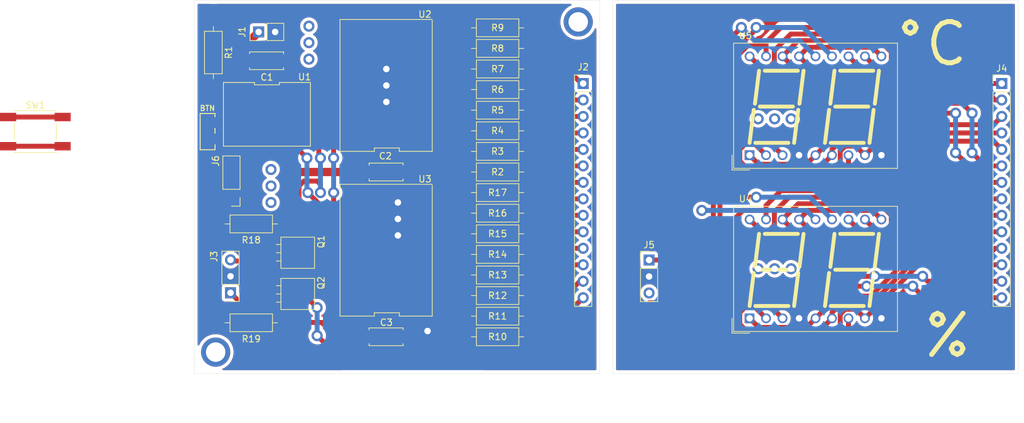
<source format=kicad_pcb>
(kicad_pcb (version 20211014) (generator pcbnew)
  (layers (0 "F.Cu" signal "Front") (31 "B.Cu" signal "Back") (34 "B.Paste" user) (35 "F.Paste" user) (36 "B.SilkS" user "B.Silkscreen") (37 "F.SilkS" user "F.Silkscreen") (38 "B.Mask" user) (39 "F.Mask" user) (44 "Edge.Cuts" user))
  (net 0 "")
  (net 1 "GND")
  (net 2 "VCC")
  (net 3 "Net-(Q1-Pad2)")
  (net 4 "Net-(Q2-Pad2)")
  (net 5 "Net-(R1-Pad2)")
  (net 6 "Net-(R2-Pad2)")
  (net 7 "Net-(R3-Pad2)")
  (net 8 "Net-(R4-Pad2)")
  (net 9 "Net-(R5-Pad2)")
  (net 10 "Net-(R6-Pad2)")
  (net 11 "Net-(R7-Pad2)")
  (net 12 "Net-(R8-Pad2)")
  (net 13 "Net-(R9-Pad2)")
  (net 14 "Net-(R10-Pad2)")
  (net 15 "Net-(R11-Pad2)")
  (net 16 "Net-(R12-Pad2)")
  (net 17 "Net-(R13-Pad2)")
  (net 18 "Net-(R14-Pad2)")
  (net 19 "Net-(R15-Pad2)")
  (net 20 "Net-(R16-Pad2)")
  (net 21 "Net-(R17-Pad2)")
  (net 22 "Net-(SW1-Pad1)")
  (net 23 "/SRCLK")
  (net 24 "/DATA")
  (net 25 "/RCLK")
  (net 26 "Net-(U2-Pad9)")
  (net 27 "Net-(U3-Pad9)")
  (net 28 "Net-(J2-Pad14)")
  (net 29 "Net-(J2-Pad13)")
  (net 30 "Net-(J2-Pad12)")
  (net 31 "Net-(J2-Pad11)")
  (net 32 "Net-(J2-Pad10)")
  (net 33 "Net-(J2-Pad9)")
  (net 34 "Net-(J2-Pad8)")
  (net 35 "Net-(J2-Pad7)")
  (net 36 "Net-(J2-Pad6)")
  (net 37 "Net-(J2-Pad5)")
  (net 38 "Net-(J2-Pad4)")
  (net 39 "Net-(J2-Pad3)")
  (net 40 "Net-(J2-Pad2)")
  (net 41 "Net-(J2-Pad1)")
  (net 42 "Net-(J3-Pad3)")
  (net 43 "Net-(J3-Pad1)")
  (net 44 "Net-(J4-Pad14)")
  (net 45 "Net-(J4-Pad13)")
  (net 46 "Net-(J4-Pad12)")
  (net 47 "Net-(J4-Pad11)")
  (net 48 "Net-(J4-Pad10)")
  (net 49 "Net-(J4-Pad9)")
  (net 50 "Net-(J4-Pad8)")
  (net 51 "Net-(J4-Pad7)")
  (net 52 "Net-(J4-Pad6)")
  (net 53 "Net-(J4-Pad5)")
  (net 54 "Net-(J4-Pad4)")
  (net 55 "Net-(J4-Pad3)")
  (net 56 "Net-(J4-Pad2)")
  (net 57 "Net-(J4-Pad1)")
  (net 58 "Net-(J5-Pad3)")
  (net 59 "Net-(J5-Pad1)")
  (net 60 "Net-(J6-Pad3)")
  (footprint "custom:FakeSMD_C_Disc" (layer "F.Cu") (at 52.07 51.435)
    (fp_text reference "C2")
    (fp_text value "100n")
  )
  (footprint "custom:FakeSMD_C_Disc" (layer "F.Cu") (at 52.07 76.835)
    (fp_text reference "C3")
    (fp_text value "100n")
  )
  (footprint "custom:FakeSMD_R" (layer "F.Cu") (at 76.835 51.435 180)
    (fp_text reference "R2")
    (fp_text value "270")
  )
  (footprint "custom:FakeSMD_R" (layer "F.Cu") (at 76.835 48.26 180)
    (fp_text reference "R3")
    (fp_text value "270")
  )
  (footprint "custom:FakeSMD_R" (layer "F.Cu") (at 76.835 41.91 180)
    (fp_text reference "R5")
    (fp_text value "270")
  )
  (footprint "custom:FakeSMD_R" (layer "F.Cu") (at 76.835 38.735 180)
    (fp_text reference "R6")
    (fp_text value "270")
  )
  (footprint "custom:FakeSMD_R" (layer "F.Cu") (at 76.835 35.56 180)
    (fp_text reference "R7")
    (fp_text value "270")
  )
  (footprint "custom:FakeSMD_R" (layer "F.Cu") (at 76.835 32.385 180)
    (fp_text reference "R8")
    (fp_text value "270")
  )
  (footprint "custom:FakeSMD_R" (layer "F.Cu") (at 76.835 29.21 180)
    (fp_text reference "R9")
    (fp_text value "270")
  )
  (footprint "custom:FakeSMD_R" (layer "F.Cu") (at 76.835 76.835 180)
    (fp_text reference "R10")
    (fp_text value "270")
  )
  (footprint "custom:FakeSMD_R" (layer "F.Cu") (at 76.835 73.66 180)
    (fp_text reference "R11")
    (fp_text value "270")
  )
  (footprint "custom:FakeSMD_R" (layer "F.Cu") (at 76.835 70.485 180)
    (fp_text reference "R12")
    (fp_text value "270")
  )
  (footprint "custom:FakeSMD_R" (layer "F.Cu") (at 76.835 67.31 180)
    (fp_text reference "R13")
    (fp_text value "270")
  )
  (footprint "custom:FakeSMD_R" (layer "F.Cu") (at 76.835 64.135 180)
    (fp_text reference "R14")
    (fp_text value "270")
  )
  (footprint "custom:FakeSMD_R" (layer "F.Cu") (at 76.835 60.96 180)
    (fp_text reference "R15")
    (fp_text value "270")
  )
  (footprint "custom:FakeSMD_R" (layer "F.Cu") (at 76.835 57.785 180)
    (fp_text reference "R16")
    (fp_text value "270")
  )
  (footprint "custom:FakeSMD_R" (layer "F.Cu") (at 76.835 54.61 180)
    (fp_text reference "R17")
    (fp_text value "270")
  )
  (footprint "custom:FakeSMD_DIP-16" (layer "F.Cu") (at 59.69 46.99 180)
    (fp_text reference "U2")
    (fp_text value "74HC595")
  )
  (footprint "custom:FakeSMD_DIP-16" (layer "F.Cu") (at 59.69 72.39 180)
    (fp_text reference "U3")
    (fp_text value "74HC595")
  )
  (footprint "custom:HDSP-523Y" (layer "F.Cu") (at 110.598 65.736)
    (fp_text reference "U4")
    (fp_text value "HDSP-523Y")
  )
  (footprint "custom:FakeSMD_R" (layer "F.Cu") (at 76.835 45.085 180)
    (fp_text reference "R4")
    (fp_text value "270")
  )
  (footprint "Connector_PinHeader_2.54mm:PinHeader_1x02_P2.54mm_Vertical" (layer "F.Cu") (at 34.925 29.845 90)
    (fp_text reference "J1")
    (fp_text value "PWR")
  )
  (footprint "custom:FakeSMD_R" (layer "F.Cu") (at 27.94 27.94 -90)
    (fp_text reference "R1")
    (fp_text value "10k")
  )
  (footprint "custom:FakeSMD_DIP-8" (layer "F.Cu") (at 36.195 42.545 -90)
    (fp_text reference "U1")
    (fp_text value "ATtiny45V-10PU")
  )
  (footprint "custom:FakeSMD_Button" (layer "F.Cu") (at 0.508 45.212)
    (fp_text reference "SW1")
    (fp_text value "SW_Push")
  )
  (footprint "custom:FakeSMD_C_Disc" (layer "F.Cu") (at 33.655 34.29)
    (fp_text reference "C1")
    (fp_text value "100n")
  )
  (footprint "Connector_PinHeader_2.54mm:PinHeader_1x14_P2.54mm_Vertical" (layer "F.Cu") (at 84.944 37.796)
    (fp_text reference "J2")
    (fp_text value "7-seg F")
  )
  (footprint "Connector_PinHeader_2.54mm:PinHeader_1x14_P2.54mm_Vertical" (layer "F.Cu") (at 149.46 37.796)
    (fp_text reference "J4")
    (fp_text value "7-seg M")
  )
  (footprint "Connector_PinHeader_2.54mm:PinHeader_1x03_P2.54mm_Vertical" (layer "F.Cu") (at 95.104 65.004)
    (fp_text reference "J5")
    (fp_text value "NPNs M")
  )
  (footprint "Connector_PinHeader_2.54mm:PinHeader_1x03_P2.54mm_Vertical" (layer "F.Cu") (at 30.734 55.372 180)
    (fp_text reference "J6")
    (fp_text value "DHT11")
  )
  (footprint "custom:FakeSMD_TO-92-3" (layer "F.Cu") (at 36.576 65.151 90)
    (fp_text reference "Q1")
    (fp_text value "Q_NPN_CBE")
  )
  (footprint "custom:FakeSMD_R" (layer "F.Cu") (at 28.702 74.676)
    (fp_text reference "R19")
    (fp_text value "10k")
  )
  (footprint "Connector_PinHeader_2.54mm:PinHeader_1x03_P2.54mm_Vertical" (layer "F.Cu") (at 30.588 70.054 180)
    (fp_text reference "J3")
    (fp_text value "NPNs F")
  )
  (footprint "custom:FakeSMD_R" (layer "F.Cu") (at 28.702 59.436)
    (fp_text reference "R18")
    (fp_text value "10k")
  )
  (footprint "custom:FakeSMD_TO-92-3" (layer "F.Cu") (at 36.576 71.501 90)
    (fp_text reference "Q2")
    (fp_text value "Q_NPN_CBE")
  )
  (footprint "custom:HDSP-523Y" (layer "F.Cu") (at 110.598 40.59)
    (fp_text reference "U5")
    (fp_text value "HDSP-523Y")
  )
  (gr_line (start 28.194 42.418) (end 25.908 42.418) (layer "F.SilkS") (width 0.1524))
  (gr_line (start 28.194 44.704) (end 28.194 45.466) (layer "F.SilkS") (width 0.1524))
  (gr_line (start 28.194 48.006) (end 28.194 47.244) (layer "F.SilkS") (width 0.1524))
  (gr_line (start 25.908 48.006) (end 28.194 48.006) (layer "F.SilkS") (width 0.1524))
  (gr_line (start 28.194 42.418) (end 28.194 42.926) (layer "F.SilkS") (width 0.1524))
  (gr_line (start 25.908 42.418) (end 25.908 48.006) (layer "F.SilkS") (width 0.1524))
  (gr_line (start 25 82.5) (end 25 25) (layer "Edge.Cuts") (width 0.0381))
  (gr_line (start 152 25) (end 152 82.5) (layer "Edge.Cuts") (width 0.0381))
  (gr_line (start 89.5 25) (end 152 25) (layer "Edge.Cuts") (width 0.0381))
  (gr_line (start 89.5 82.5) (end 89.5 25) (layer "Edge.Cuts") (width 0.0381))
  (gr_line (start 152 82.5) (end 89.5 82.5) (layer "Edge.Cuts") (width 0.0381))
  (gr_line (start 87.5 82.5) (end 25 82.5) (layer "Edge.Cuts") (width 0.0381))
  (gr_line (start 87.5 25) (end 87.5 82.5) (layer "Edge.Cuts") (width 0.0381))
  (gr_line (start 25 25) (end 87.5 25) (layer "Edge.Cuts") (width 0.0381))
  (gr_text "°C" (at 138.538 31.7) (layer "F.SilkS") (effects (font (size 6.35 6.35) (thickness 0.762))))
  (gr_text "%" (at 141.078 76.658) (layer "F.SilkS") (effects (font (size 6.35 6.35) (thickness 0.762))))
  (gr_text "BTN" (at 27.032 41.606) (layer "F.SilkS") (effects (font (size 0.8128 0.8128) (thickness 0.1524))))
  (via (at 42.672 31.496) (size 1.7) (drill 1) (layers "F.Cu" "B.Cu") (net 0))
  (via (at 36.83 51.054) (size 1.7) (drill 1) (layers "F.Cu" "B.Cu") (net 0))
  (via (at 36.83 56.134) (size 1.7) (drill 1) (layers "F.Cu" "B.Cu") (net 0))
  (via (at 114.458 66.352) (size 1.7) (drill 1) (layers "F.Cu" "B.Cu") (net 0))
  (via (at 111.918 66.352) (size 1.7) (drill 1) (layers "F.Cu" "B.Cu") (net 0))
  (via (at 116.998 66.352) (size 1.7) (drill 1) (layers "F.Cu" "B.Cu") (net 0))
  (via locked (at 28.302 79.198) (size 4.500001) (drill 2.999999) (layers "F.Cu" "B.Cu") (net 0))
  (via locked (at 84.182 28.3) (size 4.500001) (drill 2.999999) (layers "F.Cu" "B.Cu") (net 0))
  (via (at 42.672 34.036) (size 1.7) (drill 1) (layers "F.Cu" "B.Cu") (net 0))
  (via (at 36.83 53.594) (size 1.7) (drill 1) (layers "F.Cu" "B.Cu") (net 0))
  (via (at 42.672 28.956) (size 1.7) (drill 1) (layers "F.Cu" "B.Cu") (net 0))
  (via (at 114.458 43.238) (size 1.7) (drill 1) (layers "F.Cu" "B.Cu") (net 0))
  (via (at 116.998 43.238) (size 1.7) (drill 1) (layers "F.Cu" "B.Cu") (net 0))
  (via (at 111.918 43.238) (size 1.7) (drill 1) (layers "F.Cu" "B.Cu") (net 0))
  (segment (start 31.195 46.355) (end 27.178 46.355) (width 1.27) (layer "F.Cu") (net 1))
  (segment (start -3.692 47.462) (end 4.708 47.462) (width 0.762) (layer "F.Cu") (net 1))
  (via (at 56.388 61.214) (size 1.7) (drill 1) (layers "F.Cu" "B.Cu") (net 1))
  (via (at 54.61 40.64) (size 1.7) (drill 1) (layers "F.Cu" "B.Cu") (net 1))
  (via (at 54.61 35.56) (size 1.7) (drill 1) (layers "F.Cu" "B.Cu") (net 1))
  (via (at 60.96 75.946) (size 1.7) (drill 1) (layers "F.Cu" "B.Cu") (net 1))
  (via (at 56.388 58.674) (size 1.7) (drill 1) (layers "F.Cu" "B.Cu") (net 1))
  (via (at 56.388 56.134) (size 1.7) (drill 1) (layers "F.Cu" "B.Cu") (net 1))
  (via (at 54.61 38.1) (size 1.7) (drill 1) (layers "F.Cu" "B.Cu") (net 1))
  (segment (start 36.576 38.735) (end 36.195 38.735) (width 1.27) (layer "F.Cu") (net 2))
  (segment (start 51.57 76.835) (end 51.57 73.4775) (width 1.27) (layer "F.Cu") (net 2))
  (segment (start 27.94 31.115) (end 31.115 34.29) (width 0.762) (layer "F.Cu") (net 2))
  (segment (start 27.94 27.64) (end 27.94 31.115) (width 0.762) (layer "F.Cu") (net 2))
  (segment (start 53.848 56.134) (end 53.848 57.658) (width 1.27) (layer "F.Cu") (net 2))
  (segment (start 51.57 47.76) (end 50.8 46.99) (width 1.27) (layer "F.Cu") (net 2))
  (segment (start 53.086 51.435) (end 53.848 52.197) (width 1.27) (layer "F.Cu") (net 2))
  (segment (start 47.498 31.75) (end 49.53 31.75) (width 0.762) (layer "F.Cu") (net 2))
  (segment (start 36.576 48.514) (end 37.338 48.514) (width 0.762) (layer "F.Cu") (net 2))
  (segment (start 33.155 34.29) (end 33.155 37.473) (width 1.27) (layer "F.Cu") (net 2))
  (segment (start 30.734 52.832) (end 32.258 52.832) (width 0.762) (layer "F.Cu") (net 2))
  (segment (start 53.594 57.15) (end 53.848 57.404) (width 0.762) (layer "F.Cu") (net 2))
  (segment (start 36.576 47.752) (end 36.576 38.735) (width 1.27) (layer "F.Cu") (net 2))
  (segment (start 51.57 51.435) (end 53.086 51.435) (width 1.27) (layer "F.Cu") (net 2))
  (segment (start 50.8 46.99) (end 49.53 46.99) (width 1.27) (layer "F.Cu") (net 2))
  (segment (start 53.848 56.134) (end 53.848 76.1365) (width 1.27) (layer "F.Cu") (net 2))
  (segment (start 31.115 34.29) (end 33.155 34.29) (width 0.762) (layer "F.Cu") (net 2))
  (segment (start 53.1495 76.835) (end 51.57 76.835) (width 1.27) (layer "F.Cu") (net 2))
  (segment (start 51.57 51.435) (end 40.259 51.435) (width 1.27) (layer "F.Cu") (net 2))
  (segment (start 53.848 52.197) (end 53.848 56.134) (width 1.27) (layer "F.Cu") (net 2))
  (segment (start 37.338 48.514) (end 36.576 47.752) (width 1.27) (layer "F.Cu") (net 2))
  (segment (start 50.4825 72.39) (end 49.53 72.39) (width 1.27) (layer "F.Cu") (net 2))
  (segment (start 37.846 49.022) (end 37.338 48.514) (width 1.27) (layer "F.Cu") (net 2))
  (segment (start 53.848 76.1365) (end 53.1495 76.835) (width 1.27) (layer "F.Cu") (net 2))
  (segment (start 51.57 51.435) (end 51.57 47.76) (width 1.27) (layer "F.Cu") (net 2))
  (segment (start 32.258 52.832) (end 36.576 48.514) (width 0.762) (layer "F.Cu") (net 2))
  (segment (start 36.195 38.735) (end 41.195 38.735) (width 1.27) (layer "F.Cu") (net 2))
  (segment (start 45.72 36.322) (end 45.72 33.528) (width 0.762) (layer "F.Cu") (net 2))
  (segment (start 45.72 33.528) (end 47.498 31.75) (width 0.762) (layer "F.Cu") (net 2))
  (segment (start 49.53 57.15) (end 53.594 57.15) (width 0.762) (layer "F.Cu") (net 2))
  (segment (start 34.925 29.845) (end 33.155 31.615) (width 1.27) (layer "F.Cu") (net 2))
  (segment (start 40.259 51.435) (end 37.846 49.022) (width 1.27) (layer "F.Cu") (net 2))
  (segment (start 34.417 38.735) (end 36.195 38.735) (width 1.27) (layer "F.Cu") (net 2))
  (segment (start 33.155 37.473) (end 34.417 38.735) (width 1.27) (layer "F.Cu") (net 2))
  (segment (start 51.57 73.4775) (end 50.4825 72.39) (width 1.27) (layer "F.Cu") (net 2))
  (segment (start 41.195 38.735) (end 43.307 38.735) (width 0.762) (layer "F.Cu") (net 2))
  (segment (start 33.155 31.615) (end 33.155 34.29) (width 1.27) (layer "F.Cu") (net 2))
  (segment (start 43.307 38.735) (end 45.72 36.322) (width 0.762) (layer "F.Cu") (net 2))
  (segment (start 41.195 38.735) (end 42.545 38.735) (width 1.27) (layer "F.Cu") (net 2))
  (segment (start 38.989 63.881) (end 38.989 59.509) (width 0.762) (layer "F.Cu") (net 3))
  (segment (start 38.989 63.881) (end 36.576 63.881) (width 0.762) (layer "F.Cu") (net 3))
  (segment (start 38.989 63.881) (end 38.989 67.386994) (width 0.762) (layer "F.Cu") (net 3))
  (segment (start 77.135 54.61) (end 73.152 58.593) (width 0.762) (layer "F.Cu") (net 3))
  (segment (start 73.152 76.905671) (end 68.777671 81.28) (width 0.762) (layer "F.Cu") (net 3))
  (segment (start 38.989 67.386994) (end 43.092001 71.489995) (width 0.762) (layer "F.Cu") (net 3))
  (segment (start 68.777671 81.28) (end 48.564002 81.28) (width 0.762) (layer "F.Cu") (net 3))
  (segment (start 73.152 58.593) (end 73.152 76.905671) (width 0.762) (layer "F.Cu") (net 3))
  (segment (start 43.092001 71.489995) (end 43.942 72.339994) (width 0.762) (layer "F.Cu") (net 3))
  (segment (start 48.564002 81.28) (end 43.942 76.657998) (width 0.762) (layer "F.Cu") (net 3))
  (via (at 43.942 76.657998) (size 1.7) (drill 1) (layers "F.Cu" "B.Cu") (net 3))
  (via (at 43.942 72.339994) (size 1.7) (drill 1) (layers "F.Cu" "B.Cu") (net 3))
  (segment (start 43.942 76.200004) (end 43.942 76.657998) (width 0.762) (layer "B.Cu") (net 3))
  (segment (start 43.942 72.339994) (end 43.942 76.200004) (width 0.762) (layer "B.Cu") (net 3))
  (segment (start 36.576 70.231) (end 38.354 70.231) (width 0.762) (layer "F.Cu") (net 4))
  (segment (start 38.354 70.231) (end 39.062 70.939) (width 0.762) (layer "F.Cu") (net 4))
  (segment (start 39.062 70.939) (end 39.062 74.676) (width 0.762) (layer "F.Cu") (net 4))
  (segment (start 39.112 74.626) (end 44.654 74.626) (width 0.762) (layer "F.Cu") (net 4))
  (segment (start 71.882 76.2) (end 71.882 54.864) (width 0.762) (layer "F.Cu") (net 4))
  (segment (start 50.038 80.01) (end 68.072 80.01) (width 0.762) (layer "F.Cu") (net 4))
  (segment (start 74.168 32.177) (end 77.135 29.21) (width 0.762) (layer "F.Cu") (net 4))
  (segment (start 39.062 74.676) (end 39.112 74.626) (width 0.762) (layer "F.Cu") (net 4))
  (segment (start 74.168 52.578) (end 74.168 32.177) (width 0.762) (layer "F.Cu") (net 4))
  (segment (start 71.882 54.864) (end 74.168 52.578) (width 0.762) (layer "F.Cu") (net 4))
  (segment (start 44.654 74.626) (end 50.038 80.01) (width 0.762) (layer "F.Cu") (net 4))
  (segment (start 68.072 80.01) (end 71.882 76.2) (width 0.762) (layer "F.Cu") (net 4))
  (segment (start 31.195 38.735) (end 28.375 38.735) (width 0.762) (layer "F.Cu") (net 5))
  (segment (start 28.375 38.735) (end 27.94 38.3) (width 0.762) (layer "F.Cu") (net 5))
  (segment (start 53.34 44.45) (end 57.785 48.895) (width 0.762) (layer "F.Cu") (net 6))
  (segment (start 64.135 51.435) (end 67.11 51.435) (width 0.762) (layer "F.Cu") (net 6))
  (segment (start 49.53 44.45) (end 53.34 44.45) (width 0.762) (layer "F.Cu") (net 6))
  (segment (start 61.595 48.895) (end 64.135 51.435) (width 0.762) (layer "F.Cu") (net 6))
  (segment (start 57.785 48.895) (end 61.595 48.895) (width 0.762) (layer "F.Cu") (net 6))
  (segment (start 59.69 46.99) (end 62.865 46.99) (width 0.762) (layer "F.Cu") (net 7))
  (segment (start 64.135 48.26) (end 67.11 48.26) (width 0.762) (layer "F.Cu") (net 7))
  (segment (start 62.865 46.99) (end 64.135 48.26) (width 0.762) (layer "F.Cu") (net 7))
  (segment (start 63.8175 45.085) (end 67.11 45.085) (width 0.762) (layer "F.Cu") (net 8))
  (segment (start 59.69 44.45) (end 63.1825 44.45) (width 0.762) (layer "F.Cu") (net 8))
  (segment (start 63.1825 44.45) (end 63.8175 45.085) (width 0.762) (layer "F.Cu") (net 8))
  (segment (start 59.69 41.91) (end 67.11 41.91) (width 0.762) (layer "F.Cu") (net 9))
  (segment (start 64.135 38.735) (end 67.11 38.735) (width 0.762) (layer "F.Cu") (net 10))
  (segment (start 63.5 39.37) (end 64.135 38.735) (width 0.762) (layer "F.Cu") (net 10))
  (segment (start 59.69 39.37) (end 63.5 39.37) (width 0.762) (layer "F.Cu") (net 10))
  (segment (start 64.135 35.56) (end 67.11 35.56) (width 0.762) (layer "F.Cu") (net 11))
  (segment (start 62.865 36.83) (end 64.135 35.56) (width 0.762) (layer "F.Cu") (net 11))
  (segment (start 59.69 36.83) (end 62.865 36.83) (width 0.762) (layer "F.Cu") (net 11))
  (segment (start 63.5 32.385) (end 67.11 32.385) (width 0.762) (layer "F.Cu") (net 12))
  (segment (start 61.595 34.29) (end 63.5 32.385) (width 0.762) (layer "F.Cu") (net 12))
  (segment (start 59.69 34.29) (end 61.595 34.29) (width 0.762) (layer "F.Cu") (net 12))
  (segment (start 59.69 31.75) (end 61.595 31.75) (width 0.762) (layer "F.Cu") (net 13))
  (segment (start 64.135 29.21) (end 67.11 29.21) (width 0.762) (layer "F.Cu") (net 13))
  (segment (start 61.595 31.75) (end 64.135 29.21) (width 0.762) (layer "F.Cu") (net 13))
  (segment (start 47.625 69.85) (end 49.53 69.85) (width 0.762) (layer "F.Cu") (net 14))
  (segment (start 46.99 70.485) (end 47.625 69.85) (width 0.762) (layer "F.Cu") (net 14))
  (segment (start 66.475 76.835) (end 64.643 76.835) (width 0.762) (layer "F.Cu") (net 14))
  (segment (start 50.8 78.994) (end 46.99 75.184) (width 0.762) (layer "F.Cu") (net 14))
  (segment (start 62.484 78.994) (end 50.8 78.994) (width 0.762) (layer "F.Cu") (net 14))
  (segment (start 64.643 76.835) (end 62.484 78.994) (width 0.762) (layer "F.Cu") (net 14))
  (segment (start 46.99 75.184) (end 46.99 70.485) (width 0.762) (layer "F.Cu") (net 14))
  (segment (start 64.135 73.66) (end 67.11 73.66) (width 0.762) (layer "F.Cu") (net 15))
  (segment (start 59.69 72.39) (end 62.865 72.39) (width 0.762) (layer "F.Cu") (net 15))
  (segment (start 62.865 72.39) (end 64.135 73.66) (width 0.762) (layer "F.Cu") (net 15))
  (segment (start 63.8175 70.485) (end 67.11 70.485) (width 0.762) (layer "F.Cu") (net 16))
  (segment (start 59.69 69.85) (end 63.1825 69.85) (width 0.762) (layer "F.Cu") (net 16))
  (segment (start 63.1825 69.85) (end 63.8175 70.485) (width 0.762) (layer "F.Cu") (net 16))
  (segment (start 59.69 67.31) (end 67.11 67.31) (width 0.762) (layer "F.Cu") (net 17))
  (segment (start 59.69 64.77) (end 63.5 64.77) (width 0.762) (layer "F.Cu") (net 18))
  (segment (start 64.135 64.135) (end 66.475 64.135) (width 0.762) (layer "F.Cu") (net 18))
  (segment (start 63.5 64.77) (end 64.135 64.135) (width 0.762) (layer "F.Cu") (net 18))
  (segment (start 64.135 60.96) (end 67.11 60.96) (width 0.762) (layer "F.Cu") (net 19))
  (segment (start 62.865 62.23) (end 64.135 60.96) (width 0.762) (layer "F.Cu") (net 19))
  (segment (start 59.69 62.23) (end 62.865 62.23) (width 0.762) (layer "F.Cu") (net 19))
  (segment (start 59.69 59.69) (end 61.595 59.69) (width 0.762) (layer "F.Cu") (net 20))
  (segment (start 61.595 59.69) (end 63.5 57.785) (width 0.762) (layer "F.Cu") (net 20))
  (segment (start 63.5 57.785) (end 67.11 57.785) (width 0.762) (layer "F.Cu") (net 20))
  (segment (start 61.595 57.15) (end 64.135 54.61) (width 0.762) (layer "F.Cu") (net 21))
  (segment (start 64.135 54.61) (end 66.475 54.61) (width 0.762) (layer "F.Cu") (net 21))
  (segment (start 59.69 57.15) (end 61.595 57.15) (width 0.762) (layer "F.Cu") (net 21))
  (segment (start 31.195 43.815) (end 27.178 43.815) (width 1.27) (layer "F.Cu") (net 22))
  (segment (start -3.692 42.962) (end 4.708 42.962) (width 0.762) (layer "F.Cu") (net 22))
  (segment (start 49.53 59.69) (end 47.58601 59.69) (width 0.762) (layer "F.Cu") (net 23))
  (segment (start 43.18 40.132) (end 46.736 36.576) (width 0.762) (layer "F.Cu") (net 23))
  (segment (start 39.116 40.132) (end 43.18 40.132) (width 0.762) (layer "F.Cu") (net 23))
  (segment (start 41.195 46.355) (end 41.195 48.102014) (width 0.762) (layer "F.Cu") (net 23))
  (segment (start 41.195 48.102014) (end 42.368989 49.276003) (width 0.762) (layer "F.Cu") (net 23))
  (segment (start 41.195 46.355) (end 39.243 46.355) (width 0.762) (layer "F.Cu") (net 23))
  (segment (start 46.736 36.576) (end 46.736 35.179) (width 0.762) (layer "F.Cu") (net 23))
  (segment (start 39.243 46.355) (end 37.846 44.958) (width 0.762) (layer "F.Cu") (net 23))
  (segment (start 47.58601 59.69) (end 42.50601 54.61) (width 0.762) (layer "F.Cu") (net 23))
  (segment (start 46.736 35.179) (end 47.625 34.29) (width 0.762) (layer "F.Cu") (net 23))
  (segment (start 37.846 41.402) (end 39.116 40.132) (width 0.762) (layer "F.Cu") (net 23))
  (segment (start 37.846 44.958) (end 37.846 41.402) (width 0.762) (layer "F.Cu") (net 23))
  (segment (start 47.625 34.29) (end 49.53 34.29) (width 0.762) (layer "F.Cu") (net 23))
  (via (at 42.368989 49.276003) (size 1.7) (drill 1) (layers "F.Cu" "B.Cu") (net 23))
  (via (at 42.50601 54.61) (size 1.7) (drill 1) (layers "F.Cu" "B.Cu") (net 23))
  (segment (start 42.368989 49.276003) (end 42.368989 54.472979) (width 0.762) (layer "B.Cu") (net 23))
  (segment (start 42.368989 54.472979) (end 42.50601 54.61) (width 0.762) (layer "B.Cu") (net 23))
  (segment (start 45.466 41.91) (end 49.53 41.91) (width 0.762) (layer "F.Cu") (net 24))
  (segment (start 41.195 43.815) (end 43.561 43.815) (width 0.762) (layer "F.Cu") (net 24))
  (segment (start 43.561 43.815) (end 45.466 41.91) (width 0.762) (layer "F.Cu") (net 24))
  (segment (start 44.45 53.34) (end 43.942 52.832) (width 0.762) (layer "F.Cu") (net 25))
  (segment (start 39.37 44.958) (end 42.264961 44.958) (width 0.762) (layer "F.Cu") (net 25))
  (segment (start 41.148 53.594) (end 41.148 55.626) (width 0.762) (layer "F.Cu") (net 25))
  (segment (start 44.196008 46.889047) (end 44.196008 49.276) (width 0.762) (layer "F.Cu") (net 25))
  (segment (start 41.195 41.275) (end 43.307 41.275) (width 0.762) (layer "F.Cu") (net 25))
  (segment (start 44.45 54.61) (end 44.45 53.34) (width 0.762) (layer "F.Cu") (net 25))
  (segment (start 47.752 36.83) (end 49.53 36.83) (width 0.762) (layer "F.Cu") (net 25))
  (segment (start 39.497 41.275) (end 38.862 41.91) (width 0.762) (layer "F.Cu") (net 25))
  (segment (start 41.148 55.626) (end 47.752 62.23) (width 0.762) (layer "F.Cu") (net 25))
  (segment (start 43.942 52.832) (end 41.91 52.832) (width 0.762) (layer "F.Cu") (net 25))
  (segment (start 47.752 62.23) (end 49.53 62.23) (width 0.762) (layer "F.Cu") (net 25))
  (segment (start 38.862 41.91) (end 38.862 44.45) (width 0.762) (layer "F.Cu") (net 25))
  (segment (start 42.264961 44.958) (end 44.196008 46.889047) (width 0.762) (layer "F.Cu") (net 25))
  (segment (start 41.195 41.275) (end 39.497 41.275) (width 0.762) (layer "F.Cu") (net 25))
  (segment (start 38.862 44.45) (end 39.37 44.958) (width 0.762) (layer "F.Cu") (net 25))
  (segment (start 41.91 52.832) (end 41.148 53.594) (width 0.762) (layer "F.Cu") (net 25))
  (segment (start 43.307 41.275) (end 47.752 36.83) (width 0.762) (layer "F.Cu") (net 25))
  (via (at 44.45 49.276) (size 1.7) (drill 1) (layers "F.Cu" "B.Cu") (net 25))
  (via (at 44.45 54.61) (size 1.7) (drill 1) (layers "F.Cu" "B.Cu") (net 25))
  (segment (start 44.45 54.61) (end 44.45 49.276) (width 0.762) (layer "B.Cu") (net 25))
  (segment (start 44.45 49.276) (end 44.196008 49.276) (width 0.762) (layer "B.Cu") (net 25))
  (segment (start 46.482 54.61) (end 46.482 57.15) (width 0.762) (layer "F.Cu") (net 26))
  (segment (start 51.562 58.42) (end 52.324 59.182) (width 0.762) (layer "F.Cu") (net 26))
  (segment (start 51.308 43.18) (end 48.333039 43.18) (width 0.762) (layer "F.Cu") (net 26))
  (segment (start 48.006 38.1) (end 47.244 38.862) (width 0.762) (layer "F.Cu") (net 26))
  (segment (start 51.816 29.718) (end 51.816 37.592) (width 0.762) (layer "F.Cu") (net 26))
  (segment (start 46.482 57.15) (end 47.752 58.42) (width 0.762) (layer "F.Cu") (net 26))
  (segment (start 51.562 67.31) (end 49.53 67.31) (width 0.762) (layer "F.Cu") (net 26))
  (segment (start 51.308 40.64) (end 51.816 41.148) (width 0.762) (layer "F.Cu") (net 26))
  (segment (start 51.308 29.21) (end 51.816 29.718) (width 0.762) (layer "F.Cu") (net 26))
  (segment (start 52.324 59.182) (end 52.324 66.548) (width 0.762) (layer "F.Cu") (net 26))
  (segment (start 51.816 37.592) (end 51.308 38.1) (width 0.762) (layer "F.Cu") (net 26))
  (segment (start 51.308 38.1) (end 48.006 38.1) (width 0.762) (layer "F.Cu") (net 26))
  (segment (start 47.244 38.862) (end 47.244 40.132) (width 0.762) (layer "F.Cu") (net 26))
  (segment (start 52.324 66.548) (end 51.562 67.31) (width 0.762) (layer "F.Cu") (net 26))
  (segment (start 51.816 41.148) (end 51.816 42.672) (width 0.762) (layer "F.Cu") (net 26))
  (segment (start 47.752 58.42) (end 51.562 58.42) (width 0.762) (layer "F.Cu") (net 26))
  (segment (start 51.816 42.672) (end 51.308 43.18) (width 0.762) (layer "F.Cu") (net 26))
  (segment (start 46.482 45.031039) (end 46.482 49.276) (width 0.762) (layer "F.Cu") (net 26))
  (segment (start 47.752 40.64) (end 51.308 40.64) (width 0.762) (layer "F.Cu") (net 26))
  (segment (start 47.244 40.132) (end 47.752 40.64) (width 0.762) (layer "F.Cu") (net 26))
  (segment (start 48.333039 43.18) (end 46.482 45.031039) (width 0.762) (layer "F.Cu") (net 26))
  (segment (start 49.53 29.21) (end 51.308 29.21) (width 0.762) (layer "F.Cu") (net 26))
  (via (at 46.482 54.61) (size 1.7) (drill 1) (layers "F.Cu" "B.Cu") (net 26))
  (via (at 46.482 49.276) (size 1.7) (drill 1) (layers "F.Cu" "B.Cu") (net 26))
  (segment (start 46.482 49.276) (end 46.482 54.61) (width 0.762) (layer "B.Cu") (net 26))
  (segment (start 78.925 76.835) (end 84.944 70.816) (width 0.762) (layer "F.Cu") (net 28))
  (segment (start 77.135 76.835) (end 78.925 76.835) (width 0.762) (layer "F.Cu") (net 28))
  (segment (start 77.135 73.66) (end 79.052 73.66) (width 0.762) (layer "F.Cu") (net 29))
  (segment (start 79.052 73.66) (end 84.328 68.384) (width 0.762) (layer "F.Cu") (net 29))
  (segment (start 84.328 68.384) (end 84.836 68.384) (width 0.762) (layer "F.Cu") (net 29))
  (segment (start 83.674 65.736) (end 84.944 65.736) (width 0.762) (layer "F.Cu") (net 30))
  (segment (start 78.925 70.485) (end 83.674 65.736) (width 0.762) (layer "F.Cu") (net 30))
  (segment (start 77.135 70.485) (end 78.925 70.485) (width 0.762) (layer "F.Cu") (net 30))
  (segment (start 77.135 67.31) (end 79.052 67.31) (width 0.762) (layer "F.Cu") (net 31))
  (segment (start 83.166 63.196) (end 84.944 63.196) (width 0.762) (layer "F.Cu") (net 31))
  (segment (start 79.052 67.31) (end 83.166 63.196) (width 0.762) (layer "F.Cu") (net 31))
  (segment (start 78.925 64.135) (end 82.404 60.656) (width 0.762) (layer "F.Cu") (net 32))
  (segment (start 82.404 60.656) (end 84.944 60.656) (width 0.762) (layer "F.Cu") (net 32))
  (segment (start 77.135 64.135) (end 78.925 64.135) (width 0.762) (layer "F.Cu") (net 32))
  (segment (start 79.052 60.96) (end 81.896 58.116) (width 0.762) (layer "F.Cu") (net 33))
  (segment (start 81.896 58.116) (end 84.944 58.116) (width 0.762) (layer "F.Cu") (net 33))
  (segment (start 77.135 60.96) (end 79.052 60.96) (width 0.762) (layer "F.Cu") (net 33))
  (segment (start 81.134 55.576) (end 84.944 55.576) (width 0.762) (layer "F.Cu") (net 34))
  (segment (start 77.135 57.785) (end 78.925 57.785) (width 0.762) (layer "F.Cu") (net 34))
  (segment (start 78.925 57.785) (end 81.134 55.576) (width 0.762) (layer "F.Cu") (net 34))
  (segment (start 79.025 51.435) (end 80.626 53.036) (width 0.762) (layer "F.Cu") (net 35))
  (segment (start 80.626 53.036) (end 84.944 53.036) (width 0.762) (layer "F.Cu") (net 35))
  (segment (start 77.135 51.435) (end 79.025 51.435) (width 0.762) (layer "F.Cu") (net 35))
  (segment (start 79.025 48.26) (end 81.261 50.496) (width 0.762) (layer "F.Cu") (net 36))
  (segment (start 77.135 48.26) (end 79.025 48.26) (width 0.762) (layer "F.Cu") (net 36))
  (segment (start 81.261 50.496) (end 84.944 50.496) (width 0.762) (layer "F.Cu") (net 36))
  (segment (start 77.135 45.085) (end 79.025 45.085) (width 0.762) (layer "F.Cu") (net 37))
  (segment (start 81.896 47.956) (end 84.944 47.956) (width 0.762) (layer "F.Cu") (net 37))
  (segment (start 79.025 45.085) (end 81.896 47.956) (width 0.762) (layer "F.Cu") (net 37))
  (segment (start 77.135 41.91) (end 79.073 41.91) (width 0.762) (layer "F.Cu") (net 38))
  (segment (start 82.579 45.416) (end 84.944 45.416) (width 0.762) (layer "F.Cu") (net 38))
  (segment (start 79.073 41.91) (end 82.579 45.416) (width 0.762) (layer "F.Cu") (net 38))
  (segment (start 77.135 38.735) (end 79.025 38.735) (width 0.762) (layer "F.Cu") (net 39))
  (segment (start 83.166 42.876) (end 84.944 42.876) (width 0.762) (layer "F.Cu") (net 39))
  (segment (start 79.025 38.735) (end 83.166 42.876) (width 0.762) (layer "F.Cu") (net 39))
  (segment (start 78.898 35.56) (end 83.674 40.336) (width 0.762) (layer "F.Cu") (net 40))
  (segment (start 83.674 40.336) (end 84.944 40.336) (width 0.762) (layer "F.Cu") (net 40))
  (segment (start 77.135 35.56) (end 78.898 35.56) (width 0.762) (layer "F.Cu") (net 40))
  (segment (start 77.135 32.385) (end 79.279 32.385) (width 0.762) (layer "F.Cu") (net 41))
  (segment (start 79.279 32.385) (end 84.69 37.796) (width 0.762) (layer "F.Cu") (net 41))
  (segment (start 84.69 37.796) (end 84.944 37.796) (width 0.762) (layer "F.Cu") (net 41))
  (segment (start 30.638 65.024) (end 30.734 65.024) (width 0.762) (layer "F.Cu") (net 42))
  (segment (start 30.765 65.151) (end 30.638 65.024) (width 0.762) (layer "F.Cu") (net 42))
  (segment (start 36.576 65.151) (end 30.765 65.151) (width 0.762) (layer "F.Cu") (net 42))
  (segment (start 32.035 71.501) (end 30.588 70.054) (width 0.762) (layer "F.Cu") (net 43))
  (segment (start 36.576 71.501) (end 32.035 71.501) (width 0.762) (layer "F.Cu") (net 43))
  (segment (start 132.442 58.116) (end 130.664 56.338) (width 0.762) (layer "F.Cu") (net 44))
  (segment (start 132.442 59.64) (end 132.442 58.116) (width 0.762) (layer "F.Cu") (net 44))
  (segment (start 131.68 60.402) (end 132.442 59.64) (width 0.762) (layer "F.Cu") (net 44))
  (segment (start 130.664 56.338) (end 118.091 56.338) (width 0.762) (layer "F.Cu") (net 44))
  (segment (start 118.091 56.338) (end 115.678 58.751) (width 0.762) (layer "F.Cu") (net 44))
  (segment (start 130.029 60.402) (end 131.68 60.402) (width 0.762) (layer "F.Cu") (net 44))
  (segment (start 128.378 58.751) (end 130.029 60.402) (width 0.762) (layer "F.Cu") (net 44))
  (segment (start 149.46 70.816) (end 137.522014 70.816) (width 0.762) (layer "F.Cu") (net 44))
  (segment (start 115.678 58.751) (end 125.964998 69.037998) (width 0.762) (layer "F.Cu") (net 44))
  (segment (start 125.964998 69.037998) (end 128.632 69.037998) (width 0.762) (layer "F.Cu") (net 44))
  (segment (start 137.522014 70.816) (end 135.744 69.037986) (width 0.762) (layer "F.Cu") (net 44))
  (via (at 128.632 69.037998) (size 1.7) (drill 1) (layers "F.Cu" "B.Cu") (net 44))
  (via (at 135.744 69.037986) (size 1.7) (drill 1) (layers "F.Cu" "B.Cu") (net 44))
  (segment (start 128.632 69.037998) (end 135.743988 69.037998) (width 0.762) (layer "B.Cu") (net 44))
  (segment (start 135.743988 69.037998) (end 135.744 69.037986) (width 0.762) (layer "B.Cu") (net 44))
  (segment (start 119.614977 57.354023) (end 129.521023 57.354023) (width 0.762) (layer "F.Cu") (net 45))
  (segment (start 118.218 58.751) (end 119.614977 57.354023) (width 0.762) (layer "F.Cu") (net 45))
  (segment (start 129.521023 57.354023) (end 130.918 58.751) (width 0.762) (layer "F.Cu") (net 45))
  (segment (start 118.218 58.751) (end 126.981 67.514) (width 0.762) (layer "F.Cu") (net 45))
  (segment (start 137.268 67.514) (end 138.03 68.276) (width 0.762) (layer "F.Cu") (net 45))
  (segment (start 138.03 68.276) (end 149.46 68.276) (width 0.762) (layer "F.Cu") (net 45))
  (segment (start 126.981 67.514) (end 129.902004 67.514) (width 0.762) (layer "F.Cu") (net 45))
  (via (at 137.268 67.514) (size 1.7) (drill 1) (layers "F.Cu" "B.Cu") (net 45))
  (via (at 129.902004 67.514) (size 1.7) (drill 1) (layers "F.Cu" "B.Cu") (net 45))
  (segment (start 137.268 67.514) (end 129.902004 67.514) (width 0.762) (layer "B.Cu") (net 45))
  (segment (start 113.011 71.324) (end 109.328 71.324) (width 0.762) (layer "F.Cu") (net 46))
  (segment (start 115.678 73.991) (end 113.011 71.324) (width 0.762) (layer "F.Cu") (net 46))
  (segment (start 125.33 72.594) (end 126.981 72.594) (width 0.762) (layer "F.Cu") (net 46))
  (segment (start 124.568 75.134) (end 124.568 73.356) (width 0.762) (layer "F.Cu") (net 46))
  (segment (start 122.282 77.42) (end 124.568 75.134) (width 0.762) (layer "F.Cu") (net 46))
  (segment (start 110.344 77.42) (end 122.282 77.42) (width 0.762) (layer "F.Cu") (net 46))
  (segment (start 108.058 72.594) (end 108.058 75.134) (width 0.762) (layer "F.Cu") (net 46))
  (segment (start 109.328 71.324) (end 108.058 72.594) (width 0.762) (layer "F.Cu") (net 46))
  (segment (start 126.981 72.594) (end 128.378 73.991) (width 0.762) (layer "F.Cu") (net 46))
  (segment (start 108.058 75.134) (end 110.344 77.42) (width 0.762) (layer "F.Cu") (net 46))
  (segment (start 124.568 73.356) (end 125.33 72.594) (width 0.762) (layer "F.Cu") (net 46))
  (segment (start 136.633 65.736) (end 149.46 65.736) (width 0.762) (layer "F.Cu") (net 46))
  (segment (start 128.378 73.991) (end 136.633 65.736) (width 0.762) (layer "F.Cu") (net 46))
  (segment (start 110.596598 76.404) (end 120.885 76.404) (width 0.762) (layer "F.Cu") (net 47))
  (segment (start 129.53375 71.578) (end 136.39175 64.72) (width 0.762) (layer "F.Cu") (net 47))
  (segment (start 148.444 63.196) (end 149.46 63.196) (width 0.762) (layer "F.Cu") (net 47))
  (segment (start 109.441599 72.732999) (end 109.074 73.100598) (width 0.762) (layer "F.Cu") (net 47))
  (segment (start 109.074 73.100598) (end 109.074 74.881402) (width 0.762) (layer "F.Cu") (net 47))
  (segment (start 109.074 74.881402) (end 110.596598 76.404) (width 0.762) (layer "F.Cu") (net 47))
  (segment (start 123.298 73.991) (end 123.298 73.102) (width 0.762) (layer "F.Cu") (net 47))
  (segment (start 146.92 64.72) (end 148.444 63.196) (width 0.762) (layer "F.Cu") (net 47))
  (segment (start 123.298 73.102) (end 124.822 71.578) (width 0.762) (layer "F.Cu") (net 47))
  (segment (start 113.138 73.991) (end 111.487 72.34) (width 0.762) (layer "F.Cu") (net 47))
  (segment (start 136.39175 64.72) (end 146.92 64.72) (width 0.762) (layer "F.Cu") (net 47))
  (segment (start 120.885 76.404) (end 123.298 73.991) (width 0.762) (layer "F.Cu") (net 47))
  (segment (start 111.487 72.34) (end 109.836 72.34) (width 0.762) (layer "F.Cu") (net 47))
  (segment (start 124.822 71.578) (end 129.53375 71.578) (width 0.762) (layer "F.Cu") (net 47))
  (segment (start 109.443001 72.732999) (end 109.441599 72.732999) (width 0.762) (layer "F.Cu") (net 47))
  (segment (start 109.836 72.34) (end 109.443001 72.732999) (width 0.762) (layer "F.Cu") (net 47))
  (segment (start 119.361023 75.387977) (end 111.994977 75.387977) (width 0.762) (layer "F.Cu") (net 48))
  (segment (start 120.758 73.991) (end 119.361023 75.387977) (width 0.762) (layer "F.Cu") (net 48))
  (segment (start 111.994977 75.387977) (end 110.598 73.991) (width 0.762) (layer "F.Cu") (net 48))
  (segment (start 120.758 73.991) (end 124.187 70.562) (width 0.762) (layer "F.Cu") (net 48))
  (segment (start 129.2925 70.562) (end 136.1505 63.704) (width 0.762) (layer "F.Cu") (net 48))
  (segment (start 124.187 70.562) (end 129.2925 70.562) (width 0.762) (layer "F.Cu") (net 48))
  (segment (start 144.888 63.704) (end 147.936 60.656) (width 0.762) (layer "F.Cu") (net 48))
  (segment (start 136.1505 63.704) (end 144.888 63.704) (width 0.762) (layer "F.Cu") (net 48))
  (segment (start 147.936 60.656) (end 149.46 60.656) (width 0.762) (layer "F.Cu") (net 48))
  (segment (start 133.458 60.148) (end 133.458 58.116) (width 0.762) (layer "F.Cu") (net 49))
  (segment (start 133.458 57.608) (end 131.172 55.322) (width 0.762) (layer "F.Cu") (net 49))
  (segment (start 125.838 58.751) (end 128.505 61.418) (width 0.762) (layer "F.Cu") (net 49))
  (segment (start 132.188 61.418) (end 133.458 60.148) (width 0.762) (layer "F.Cu") (net 49))
  (segment (start 112.249 60.402) (end 110.598 58.751) (width 0.762) (layer "F.Cu") (net 49))
  (segment (start 133.458 58.116) (end 149.46 58.116) (width 0.762) (layer "F.Cu") (net 49))
  (segment (start 131.172 55.322) (end 116.694 55.322) (width 0.762) (layer "F.Cu") (net 49))
  (segment (start 133.458 58.116) (end 133.458 57.608) (width 0.762) (layer "F.Cu") (net 49))
  (segment (start 113.646 60.402) (end 112.249 60.402) (width 0.762) (layer "F.Cu") (net 49))
  (segment (start 114.419999 59.628001) (end 113.646 60.402) (width 0.762) (layer "F.Cu") (net 49))
  (segment (start 128.505 61.418) (end 132.188 61.418) (width 0.762) (layer "F.Cu") (net 49))
  (segment (start 114.419999 57.596001) (end 114.419999 59.628001) (width 0.762) (layer "F.Cu") (net 49))
  (segment (start 116.694 55.322) (end 114.419999 57.596001) (width 0.762) (layer "F.Cu") (net 49))
  (segment (start 107.042 75.642) (end 107.042 59.894) (width 0.762) (layer "F.Cu") (net 50))
  (segment (start 125.838 73.991) (end 125.838 75.642) (width 0.762) (layer "F.Cu") (net 50))
  (segment (start 113.138 56.592) (end 115.424 54.306) (width 0.762) (layer "F.Cu") (net 50))
  (segment (start 115.424 54.306) (end 131.68 54.306) (width 0.762) (layer "F.Cu") (net 50))
  (segment (start 113.138 58.751) (end 113.138 57.1) (width 0.762) (layer "F.Cu") (net 50))
  (segment (start 109.836 78.436) (end 107.042 75.642) (width 0.762) (layer "F.Cu") (net 50))
  (segment (start 112.884 57.354) (end 113.138 57.1) (width 0.762) (layer "F.Cu") (net 50))
  (segment (start 125.838 75.642) (end 123.044 78.436) (width 0.762) (layer "F.Cu") (net 50))
  (segment (start 123.044 78.436) (end 109.836 78.436) (width 0.762) (layer "F.Cu") (net 50))
  (segment (start 132.95 55.576) (end 149.46 55.576) (width 0.762) (layer "F.Cu") (net 50))
  (segment (start 109.582 57.354) (end 112.884 57.354) (width 0.762) (layer "F.Cu") (net 50))
  (segment (start 107.042 59.894) (end 109.582 57.354) (width 0.762) (layer "F.Cu") (net 50))
  (segment (start 131.68 54.306) (end 132.95 55.576) (width 0.762) (layer "F.Cu") (net 50))
  (segment (start 113.138 57.1) (end 113.138 56.592) (width 0.762) (layer "F.Cu") (net 50))
  (segment (start 131.68 35.256) (end 132.442 34.494) (width 0.762) (layer "F.Cu") (net 51))
  (segment (start 124.441 42.368) (end 142.348 42.368) (width 0.762) (layer "F.Cu") (net 51))
  (segment (start 130.664 31.192) (end 118.091 31.192) (width 0.762) (layer "F.Cu") (net 51))
  (segment (start 130.029 35.256) (end 131.68 35.256) (width 0.762) (layer "F.Cu") (net 51))
  (segment (start 128.378 33.605) (end 130.029 35.256) (width 0.762) (layer "F.Cu") (net 51))
  (segment (start 132.442 32.97) (end 130.664 31.192) (width 0.762) (layer "F.Cu") (net 51))
  (segment (start 142.348 48.464) (end 146.92 53.036) (width 0.762) (layer "F.Cu") (net 51))
  (segment (start 118.091 31.192) (end 115.678 33.605) (width 0.762) (layer "F.Cu") (net 51))
  (segment (start 115.678 33.605) (end 124.441 42.368) (width 0.762) (layer "F.Cu") (net 51))
  (segment (start 146.92 53.036) (end 149.46 53.036) (width 0.762) (layer "F.Cu") (net 51))
  (segment (start 132.442 34.494) (end 132.442 32.97) (width 0.762) (layer "F.Cu") (net 51))
  (via (at 142.348 42.368) (size 1.7) (drill 1) (layers "F.Cu" "B.Cu") (net 51))
  (via (at 142.348 48.464) (size 1.7) (drill 1) (layers "F.Cu" "B.Cu") (net 51))
  (segment (start 142.348 42.368) (end 142.348 48.464) (width 0.762) (layer "B.Cu") (net 51))
  (segment (start 129.521023 32.208023) (end 130.918 33.605) (width 0.762) (layer "F.Cu") (net 52))
  (segment (start 143.364 40.844) (end 144.888 42.368) (width 0.762) (layer "F.Cu") (net 52))
  (segment (start 118.218 33.605) (end 125.457 40.844) (width 0.762) (layer "F.Cu") (net 52))
  (segment (start 125.457 40.844) (end 143.364 40.844) (width 0.762) (layer "F.Cu") (net 52))
  (segment (start 146.92 50.496) (end 149.46 50.496) (width 0.762) (layer "F.Cu") (net 52))
  (segment (start 119.614977 32.208023) (end 129.521023 32.208023) (width 0.762) (layer "F.Cu") (net 52))
  (segment (start 118.218 33.605) (end 119.614977 32.208023) (width 0.762) (layer "F.Cu") (net 52))
  (segment (start 144.888 48.464) (end 146.92 50.496) (width 0.762) (layer "F.Cu") (net 52))
  (via (at 144.888 48.464) (size 1.7) (drill 1) (layers "F.Cu" "B.Cu") (net 52))
  (via (at 144.888 42.368) (size 1.7) (drill 1) (layers "F.Cu" "B.Cu") (net 52))
  (segment (start 144.888 42.368) (end 144.888 48.464) (width 0.762) (layer "B.Cu") (net 52))
  (segment (start 130.537 46.686) (end 148.19 46.686) (width 0.762) (layer "F.Cu") (net 53))
  (segment (start 110.344 52.274) (end 122.282 52.274) (width 0.762) (layer "F.Cu") (net 53))
  (segment (start 124.568 49.988) (end 124.568 48.21) (width 0.762) (layer "F.Cu") (net 53))
  (segment (start 115.678 48.845) (end 113.011 46.178) (width 0.762) (layer "F.Cu") (net 53))
  (segment (start 108.058 47.448) (end 108.058 49.988) (width 0.762) (layer "F.Cu") (net 53))
  (segment (start 128.378 48.845) (end 130.537 46.686) (width 0.762) (layer "F.Cu") (net 53))
  (segment (start 108.058 49.988) (end 110.344 52.274) (width 0.762) (layer "F.Cu") (net 53))
  (segment (start 122.282 52.274) (end 124.568 49.988) (width 0.762) (layer "F.Cu") (net 53))
  (segment (start 109.328 46.178) (end 108.058 47.448) (width 0.762) (layer "F.Cu") (net 53))
  (segment (start 148.19 46.686) (end 149.46 47.956) (width 0.762) (layer "F.Cu") (net 53))
  (segment (start 124.568 48.21) (end 125.33 47.448) (width 0.762) (layer "F.Cu") (net 53))
  (segment (start 125.33 47.448) (end 126.981 47.448) (width 0.762) (layer "F.Cu") (net 53))
  (segment (start 126.981 47.448) (end 128.378 48.845) (width 0.762) (layer "F.Cu") (net 53))
  (segment (start 113.011 46.178) (end 109.328 46.178) (width 0.762) (layer "F.Cu") (net 53))
  (segment (start 125.838 45.416) (end 149.46 45.416) (width 0.762) (layer "F.Cu") (net 54))
  (segment (start 109.074 47.954598) (end 109.074 49.735402) (width 0.762) (layer "F.Cu") (net 54))
  (segment (start 123.298 47.956) (end 125.838 45.416) (width 0.762) (layer "F.Cu") (net 54))
  (segment (start 111.487 47.194) (end 109.836 47.194) (width 0.762) (layer "F.Cu") (net 54))
  (segment (start 109.836 47.194) (end 109.443001 47.586999) (width 0.762) (layer "F.Cu") (net 54))
  (segment (start 113.138 48.845) (end 111.487 47.194) (width 0.762) (layer "F.Cu") (net 54))
  (segment (start 120.885 51.258) (end 123.298 48.845) (width 0.762) (layer "F.Cu") (net 54))
  (segment (start 109.441599 47.586999) (end 109.074 47.954598) (width 0.762) (layer "F.Cu") (net 54))
  (segment (start 109.074 49.735402) (end 110.596598 51.258) (width 0.762) (layer "F.Cu") (net 54))
  (segment (start 123.298 48.845) (end 123.298 47.956) (width 0.762) (layer "F.Cu") (net 54))
  (segment (start 109.443001 47.586999) (end 109.441599 47.586999) (width 0.762) (layer "F.Cu") (net 54))
  (segment (start 110.596598 51.258) (end 120.885 51.258) (width 0.762) (layer "F.Cu") (net 54))
  (segment (start 148.19 44.146) (end 149.46 42.876) (width 0.762) (layer "F.Cu") (net 55))
  (segment (start 119.361023 50.241977) (end 111.994977 50.241977) (width 0.762) (layer "F.Cu") (net 55))
  (segment (start 111.994977 50.241977) (end 110.598 48.845) (width 0.762) (layer "F.Cu") (net 55))
  (segment (start 120.758 48.845) (end 125.457 44.146) (width 0.762) (layer "F.Cu") (net 55))
  (segment (start 120.758 48.845) (end 119.361023 50.241977) (width 0.762) (layer "F.Cu") (net 55))
  (segment (start 125.457 44.146) (end 148.19 44.146) (width 0.762) (layer "F.Cu") (net 55))
  (segment (start 131.426 37.669) (end 132.823 39.066) (width 0.762) (layer "F.Cu") (net 56))
  (segment (start 112.249 35.256) (end 110.598 33.605) (width 0.762) (layer "F.Cu") (net 56))
  (segment (start 114.408 34.494) (end 113.646 35.256) (width 0.762) (layer "F.Cu") (net 56))
  (segment (start 116.948 30.176) (end 114.408 32.716) (width 0.762) (layer "F.Cu") (net 56))
  (segment (start 113.646 35.256) (end 112.249 35.256) (width 0.762) (layer "F.Cu") (net 56))
  (segment (start 125.838 33.605) (end 128.505 36.272) (width 0.762) (layer "F.Cu") (net 56))
  (segment (start 133.458 32.462) (end 131.172 30.176) (width 0.762) (layer "F.Cu") (net 56))
  (segment (start 133.458 35.002) (end 133.458 32.462) (width 0.762) (layer "F.Cu") (net 56))
  (segment (start 132.823 39.066) (end 147.174 39.066) (width 0.762) (layer "F.Cu") (net 56))
  (segment (start 131.172 30.176) (end 116.948 30.176) (width 0.762) (layer "F.Cu") (net 56))
  (segment (start 147.174 39.066) (end 148.444 40.336) (width 0.762) (layer "F.Cu") (net 56))
  (segment (start 128.505 36.272) (end 130.41 36.272) (width 0.762) (layer "F.Cu") (net 56))
  (segment (start 131.426 36.272) (end 131.426 37.669) (width 0.762) (layer "F.Cu") (net 56))
  (segment (start 114.408 32.716) (end 114.408 34.494) (width 0.762) (layer "F.Cu") (net 56))
  (segment (start 132.188 36.272) (end 133.458 35.002) (width 0.762) (layer "F.Cu") (net 56))
  (segment (start 148.444 40.336) (end 149.46 40.336) (width 0.762) (layer "F.Cu") (net 56))
  (segment (start 130.41 36.272) (end 132.188 36.272) (width 0.762) (layer "F.Cu") (net 56))
  (segment (start 113.138 31.446) (end 115.424 29.16) (width 0.762) (layer "F.Cu") (net 57))
  (segment (start 123.044 53.29) (end 109.836 53.29) (width 0.762) (layer "F.Cu") (net 57))
  (segment (start 115.424 29.16) (end 131.68 29.16) (width 0.762) (layer "F.Cu") (net 57))
  (segment (start 125.838 50.496) (end 123.044 53.29) (width 0.762) (layer "F.Cu") (net 57))
  (segment (start 125.838 48.845) (end 125.838 50.496) (width 0.762) (layer "F.Cu") (net 57))
  (segment (start 113.138 33.605) (end 113.138 31.446) (width 0.762) (layer "F.Cu") (net 57))
  (segment (start 135.998 37.796) (end 149.46 37.796) (width 0.762) (layer "F.Cu") (net 57))
  (segment (start 134.474 31.954) (end 134.474 36.272) (width 0.762) (layer "F.Cu") (net 57))
  (segment (start 107.042 35.221095) (end 110.309095 31.954) (width 0.762) (layer "F.Cu") (net 57))
  (segment (start 134.474 36.272) (end 135.998 37.796) (width 0.762) (layer "F.Cu") (net 57))
  (segment (start 109.836 53.29) (end 107.042 50.496) (width 0.762) (layer "F.Cu") (net 57))
  (segment (start 110.309095 31.954) (end 113.138 31.954) (width 0.762) (layer "F.Cu") (net 57))
  (segment (start 107.042 50.496) (end 107.042 35.221095) (width 0.762) (layer "F.Cu") (net 57))
  (segment (start 131.68 29.16) (end 134.474 31.954) (width 0.762) (layer "F.Cu") (net 57))
  (segment (start 111.614012 29.391832) (end 111.614012 29.159994) (width 0.762) (layer "F.Cu") (net 58))
  (segment (start 106.026 55.322) (end 111.613996 55.322) (width 0.762) (layer "F.Cu") (net 58))
  (segment (start 95.104 71.608) (end 96.344 71.608) (width 0.762) (layer "F.Cu") (net 58))
  (segment (start 106.026 55.322) (end 106.026 34.979844) (width 0.762) (layer "F.Cu") (net 58))
  (segment (start 106.026 61.926) (end 106.026 55.322) (width 0.762) (layer "F.Cu") (net 58))
  (segment (start 96.344 71.608) (end 106.026 61.926) (width 0.762) (layer "F.Cu") (net 58))
  (segment (start 106.026 34.979844) (end 111.614012 29.391832) (width 0.762) (layer "F.Cu") (net 58))
  (via (at 111.613996 55.322) (size 1.7) (drill 1) (layers "F.Cu" "B.Cu") (net 58))
  (via (at 111.614012 29.159994) (size 1.7) (drill 1) (layers "F.Cu" "B.Cu") (net 58))
  (segment (start 123.298 33.605) (end 118.852994 29.159994) (width 0.762) (layer "B.Cu") (net 58))
  (segment (start 119.869 55.322) (end 111.613996 55.322) (width 0.762) (layer "B.Cu") (net 58))
  (segment (start 118.852994 29.159994) (end 111.614012 29.159994) (width 0.762) (layer "B.Cu") (net 58))
  (segment (start 123.298 58.751) (end 119.869 55.322) (width 0.762) (layer "B.Cu") (net 58))
  (segment (start 105.01 57.354) (end 103.232 57.354) (width 0.762) (layer "F.Cu") (net 59))
  (segment (start 95.104 65.004) (end 101.424 65.004) (width 0.762) (layer "F.Cu") (net 59))
  (segment (start 101.424 65.004) (end 105.01 61.418) (width 0.762) (layer "F.Cu") (net 59))
  (segment (start 105.01 61.418) (end 105.01 33.478006) (width 0.762) (layer "F.Cu") (net 59))
  (segment (start 105.01 33.478006) (end 109.328006 29.16) (width 0.762) (layer "F.Cu") (net 59))
  (via (at 109.328006 29.16) (size 1.7) (drill 1) (layers "F.Cu" "B.Cu") (net 59))
  (via (at 103.232 57.354) (size 1.7) (drill 1) (layers "F.Cu" "B.Cu") (net 59))
  (segment (start 118.345 31.192) (end 111.360006 31.192) (width 0.762) (layer "B.Cu") (net 59))
  (segment (start 120.758 33.605) (end 118.345 31.192) (width 0.762) (layer "B.Cu") (net 59))
  (segment (start 119.361 57.354) (end 103.232 57.354) (width 0.762) (layer "B.Cu") (net 59))
  (segment (start 120.758 58.751) (end 119.361 57.354) (width 0.762) (layer "B.Cu") (net 59))
  (segment (start 111.360006 31.192) (end 109.328006 29.16) (width 0.762) (layer "B.Cu") (net 59))
  (segment (start 35.052 48.514) (end 35.052 42.164) (width 0.762) (layer "F.Cu") (net 60))
  (segment (start 34.163 41.275) (end 31.195 41.275) (width 0.762) (layer "F.Cu") (net 60))
  (segment (start 33.274 50.292) (end 35.052 48.514) (width 0.762) (layer "F.Cu") (net 60))
  (segment (start 30.734 50.292) (end 33.274 50.292) (width 0.762) (layer "F.Cu") (net 60))
  (segment (start 35.052 42.164) (end 34.163 41.275) (width 0.762) (layer "F.Cu") (net 60))
  (zone (net 1) (net_name "GND") (layer "F.Cu") (connect_pads yes (clearance 0.508)) (min_thickness 0.254) (fill yes (thermal_gap 0.508) (thermal_bridge_width 0.508))
    (polygon (pts (xy 87.5 82.5) (xy 25 82.5) (xy 25 25) (xy 87.5 25)))
  )
  (zone (net 1) (net_name "GND") (layer "F.Cu") (connect_pads yes (clearance 0.508)) (min_thickness 0.254) (fill yes (thermal_gap 0.508) (thermal_bridge_width 0.508))
    (polygon (pts (xy 152 82.5) (xy 89.516 82.5) (xy 89.516 25.096) (xy 152 25.096)))
  )
  (zone (net 1) (net_name "GND") (layer "B.Cu") (connect_pads yes (clearance 0.508)) (min_thickness 0.254) (fill yes (thermal_gap 0.508) (thermal_bridge_width 0.508))
    (polygon (pts (xy 87.5 82.5) (xy 25 82.5) (xy 25 25) (xy 87.5 25)))
  )
  (zone (net 1) (net_name "GND") (layer "B.Cu") (connect_pads yes (clearance 0.508)) (min_thickness 0.254) (fill yes (thermal_gap 0.508) (thermal_bridge_width 0.508))
    (polygon (pts (xy 152 82.5) (xy 89.516 82.5) (xy 89.516 25.096) (xy 152 25.096)))
  )
)
</source>
